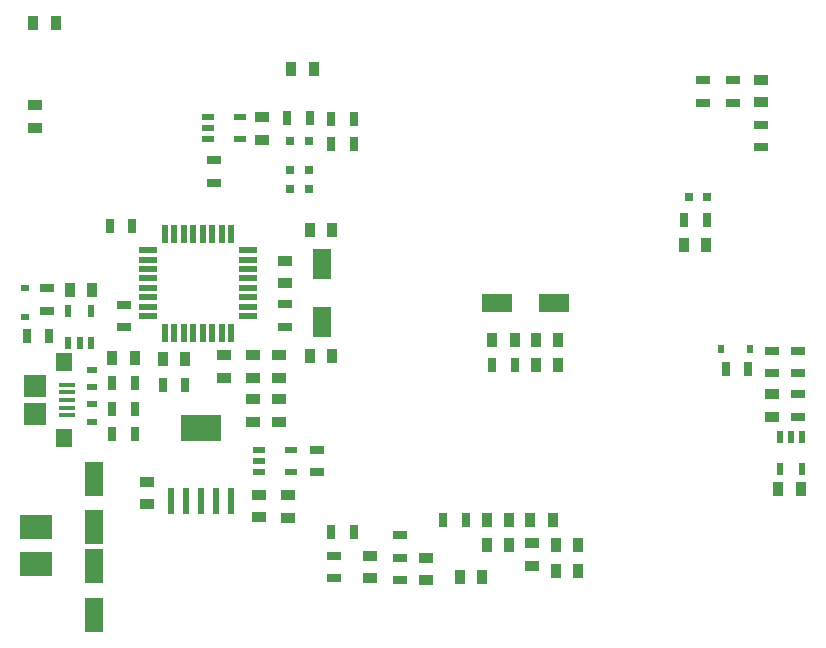
<source format=gtp>
G04*
G04 #@! TF.GenerationSoftware,Altium Limited,Altium Designer,20.1.7 (139)*
G04*
G04 Layer_Color=8421504*
%FSLAX44Y44*%
%MOMM*%
G71*
G04*
G04 #@! TF.SameCoordinates,5176B2A9-6DC6-4D15-A643-430D7AC4E40B*
G04*
G04*
G04 #@! TF.FilePolarity,Positive*
G04*
G01*
G75*
%ADD17R,3.5000X2.2000*%
%ADD18R,0.6000X2.2000*%
%ADD19R,2.5000X1.6000*%
%ADD20R,1.6000X2.5000*%
%ADD21R,1.0000X0.5500*%
%ADD22R,0.5500X1.0000*%
%ADD23R,1.6000X3.0000*%
%ADD24R,2.7000X2.0000*%
%ADD25R,0.8000X0.8000*%
%ADD26R,1.3500X0.4000*%
%ADD27R,1.4000X1.6000*%
%ADD28R,1.9000X1.9000*%
%ADD29R,0.5500X1.5000*%
%ADD30R,1.5000X0.5500*%
%ADD31R,0.6858X0.5588*%
%ADD32R,0.5588X0.6858*%
%ADD33R,1.3000X0.7000*%
%ADD34R,0.7000X1.3000*%
%ADD35R,0.9000X0.6000*%
%ADD36R,1.3000X0.9000*%
%ADD37R,0.9000X1.3000*%
D17*
X162306Y177558D02*
D03*
D18*
X187706Y115558D02*
D03*
X175006D02*
D03*
X162306D02*
D03*
X149606D02*
D03*
X136906D02*
D03*
D19*
X412380Y282956D02*
D03*
X461380D02*
D03*
D20*
X264160Y316092D02*
D03*
Y267092D02*
D03*
D21*
X167856Y440792D02*
D03*
Y431292D02*
D03*
Y421792D02*
D03*
X194856Y440792D02*
D03*
Y421792D02*
D03*
X211036Y159106D02*
D03*
Y149606D02*
D03*
Y140106D02*
D03*
X238036Y159106D02*
D03*
Y140106D02*
D03*
D22*
X49784Y249606D02*
D03*
X59284D02*
D03*
X68784D02*
D03*
X49784Y276606D02*
D03*
X68784D02*
D03*
X671170Y169964D02*
D03*
X661670D02*
D03*
X652170D02*
D03*
X671170Y142964D02*
D03*
X652170D02*
D03*
D23*
X71628Y134620D02*
D03*
Y93620D02*
D03*
Y60198D02*
D03*
Y19198D02*
D03*
D24*
X22098Y93978D02*
D03*
Y61978D02*
D03*
D25*
X574930Y373126D02*
D03*
X590930D02*
D03*
X237872Y420370D02*
D03*
X253872D02*
D03*
X237364Y395986D02*
D03*
X253364D02*
D03*
X237364Y379476D02*
D03*
X253364D02*
D03*
D26*
X48745Y214000D02*
D03*
Y207500D02*
D03*
Y201000D02*
D03*
Y194500D02*
D03*
Y188000D02*
D03*
D27*
X46495Y233000D02*
D03*
Y169000D02*
D03*
D28*
X21995Y213000D02*
D03*
Y189000D02*
D03*
D29*
X187500Y258000D02*
D03*
X179500D02*
D03*
X171500D02*
D03*
X163500D02*
D03*
X155500D02*
D03*
X147500D02*
D03*
X139500D02*
D03*
X131500D02*
D03*
Y342000D02*
D03*
X139500D02*
D03*
X147500D02*
D03*
X155500D02*
D03*
X163500D02*
D03*
X171500D02*
D03*
X179500D02*
D03*
X187500D02*
D03*
D30*
X117500Y272000D02*
D03*
Y280000D02*
D03*
Y288000D02*
D03*
Y296000D02*
D03*
Y304000D02*
D03*
Y312000D02*
D03*
Y320000D02*
D03*
Y328000D02*
D03*
X201500D02*
D03*
Y320000D02*
D03*
Y312000D02*
D03*
Y304000D02*
D03*
Y296000D02*
D03*
Y288000D02*
D03*
Y280000D02*
D03*
Y272000D02*
D03*
D31*
X13208Y271272D02*
D03*
Y295656D02*
D03*
D32*
X627126Y244348D02*
D03*
X602742D02*
D03*
D33*
X172974Y403962D02*
D03*
Y384962D02*
D03*
X96774Y262788D02*
D03*
Y281788D02*
D03*
X233426Y282194D02*
D03*
Y263194D02*
D03*
X612902Y471932D02*
D03*
Y452932D02*
D03*
X587248Y471932D02*
D03*
Y452932D02*
D03*
X636000Y434000D02*
D03*
Y415000D02*
D03*
X667244Y205920D02*
D03*
Y186920D02*
D03*
X31496Y295758D02*
D03*
Y276758D02*
D03*
X667244Y223852D02*
D03*
Y242852D02*
D03*
X274574Y50190D02*
D03*
Y69190D02*
D03*
X260096Y159106D02*
D03*
Y140106D02*
D03*
X645400Y223852D02*
D03*
Y242852D02*
D03*
X330708Y67716D02*
D03*
Y86716D02*
D03*
Y48666D02*
D03*
Y67666D02*
D03*
D34*
X272440Y439420D02*
D03*
X291440D02*
D03*
X272440Y417576D02*
D03*
X291440D02*
D03*
X84988Y348234D02*
D03*
X103988D02*
D03*
X106122Y215392D02*
D03*
X87122D02*
D03*
X106122Y193802D02*
D03*
X87122D02*
D03*
X87020Y172212D02*
D03*
X106020D02*
D03*
X367080Y99568D02*
D03*
X386080D02*
D03*
X625450Y227330D02*
D03*
X606450D02*
D03*
X254102Y439674D02*
D03*
X235102D02*
D03*
X408736Y230632D02*
D03*
X427736D02*
D03*
X590144Y353822D02*
D03*
X571144D02*
D03*
X33528Y255016D02*
D03*
X14528D02*
D03*
X272440Y89154D02*
D03*
X291440D02*
D03*
X148946Y213868D02*
D03*
X129946D02*
D03*
D35*
X69850Y226702D02*
D03*
Y211702D02*
D03*
Y182612D02*
D03*
Y197612D02*
D03*
D36*
X228092Y219862D02*
D03*
Y238862D02*
D03*
X206000Y220000D02*
D03*
Y239000D02*
D03*
X233426Y300024D02*
D03*
Y319024D02*
D03*
X182000Y220000D02*
D03*
Y239000D02*
D03*
X21844Y450698D02*
D03*
Y431698D02*
D03*
X636000Y453000D02*
D03*
Y472000D02*
D03*
X116300Y131700D02*
D03*
Y112700D02*
D03*
X210820Y101752D02*
D03*
Y120752D02*
D03*
X304800Y50342D02*
D03*
Y69342D02*
D03*
X352552Y67564D02*
D03*
Y48564D02*
D03*
X213614Y440538D02*
D03*
Y421538D02*
D03*
X228092Y201778D02*
D03*
Y182778D02*
D03*
X645400Y205920D02*
D03*
Y186920D02*
D03*
X235712Y120498D02*
D03*
Y101498D02*
D03*
X206248Y182676D02*
D03*
Y201676D02*
D03*
X442722Y60756D02*
D03*
Y79756D02*
D03*
D37*
X129946Y235458D02*
D03*
X148946D02*
D03*
X254406Y345186D02*
D03*
X273406D02*
D03*
Y238252D02*
D03*
X254406D02*
D03*
X400152Y51308D02*
D03*
X381152D02*
D03*
X19964Y520192D02*
D03*
X38964D02*
D03*
X445770Y230632D02*
D03*
X464770D02*
D03*
X481534Y77978D02*
D03*
X462534D02*
D03*
X257658Y481584D02*
D03*
X238658D02*
D03*
X422910Y77978D02*
D03*
X403910D02*
D03*
X404012Y99568D02*
D03*
X423012D02*
D03*
X440842D02*
D03*
X459842D02*
D03*
X464770Y252222D02*
D03*
X445770D02*
D03*
X408838D02*
D03*
X427838D02*
D03*
X650900Y125984D02*
D03*
X669900D02*
D03*
X51206Y293878D02*
D03*
X70206D02*
D03*
X106122Y236982D02*
D03*
X87122D02*
D03*
X570890Y331978D02*
D03*
X589890D02*
D03*
X481432Y56388D02*
D03*
X462432D02*
D03*
M02*

</source>
